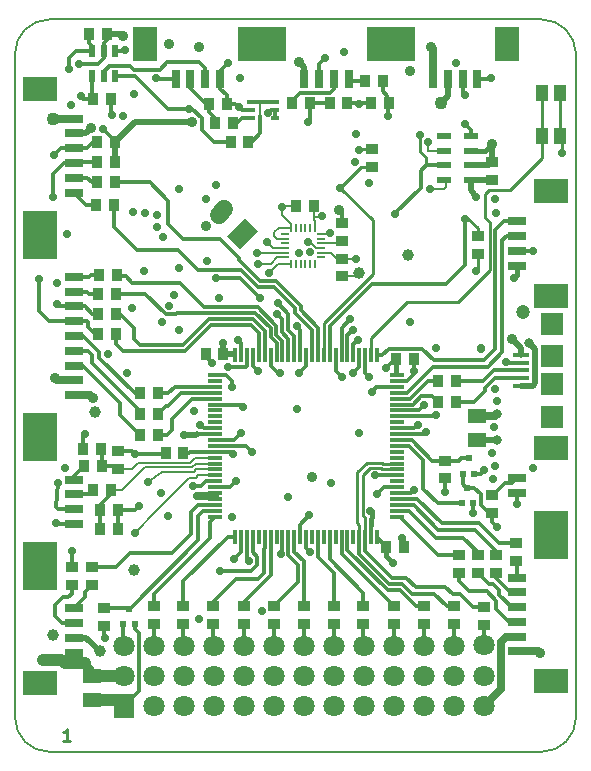
<source format=gbr>
G04 (created by PCBNEW (2013-may-18)-stable) date St 19. únor 2014, 18:08:51 CET*
%MOIN*%
G04 Gerber Fmt 3.4, Leading zero omitted, Abs format*
%FSLAX34Y34*%
G01*
G70*
G90*
G04 APERTURE LIST*
%ADD10C,0.00590551*%
%ADD11C,0.00984252*%
%ADD12C,0.06*%
%ADD13C,0.0708661*%
%ADD14R,0.0708661X0.0787*%
%ADD15R,0.0512X0.0118*%
%ADD16R,0.0118X0.0512*%
%ADD17R,0.0236X0.0394*%
%ADD18R,0.019685X0.023622*%
%ADD19R,0.0354X0.0394*%
%ADD20R,0.0394X0.0354*%
%ADD21R,0.0629921X0.0314961*%
%ADD22R,0.11811X0.0826772*%
%ADD23R,0.0826772X0.11811*%
%ADD24R,0.0314961X0.0629921*%
%ADD25R,0.0472X0.0236*%
%ADD26R,0.0747X0.0747*%
%ADD27R,0.0531X0.0157*%
%ADD28R,0.053X0.0157*%
%ADD29R,0.059X0.0472*%
%ADD30R,0.059X0.0473*%
%ADD31R,0.026X0.016*%
%ADD32O,0.00787402X0.0295276*%
%ADD33O,0.0295276X0.00787402*%
%ADD34R,0.0413386X0.0551181*%
%ADD35C,0.0275591*%
%ADD36C,0.0393701*%
%ADD37C,0.0354331*%
%ADD38C,0.0314961*%
%ADD39C,0.0433071*%
%ADD40C,0.0472441*%
%ADD41C,0.00787402*%
%ADD42C,0.011811*%
%ADD43C,0.019685*%
%ADD44C,0.015748*%
%ADD45C,0.0275591*%
%ADD46C,0.0393701*%
G04 APERTURE END LIST*
G54D10*
G54D11*
X1643Y167D02*
X1419Y167D01*
X1531Y167D02*
X1531Y561D01*
X1494Y504D01*
X1456Y467D01*
X1419Y448D01*
G54D10*
X-196Y944D02*
G75*
G03X944Y-196I1141J0D01*
G74*
G01*
X944Y24212D02*
X17362Y24212D01*
X-196Y944D02*
X-196Y23070D01*
X17362Y-196D02*
X944Y-196D01*
X18503Y23070D02*
X18503Y944D01*
X17362Y-196D02*
G75*
G03X18503Y944I0J1141D01*
G74*
G01*
X944Y24212D02*
G75*
G03X-196Y23070I0J-1141D01*
G74*
G01*
X18503Y23070D02*
G75*
G03X17362Y24212I-1141J0D01*
G74*
G01*
G36*
X7911Y17177D02*
X7298Y16565D01*
X6874Y16989D01*
X7486Y17601D01*
X7911Y17177D01*
X7911Y17177D01*
G37*
G54D12*
X6591Y17696D02*
X6779Y17884D01*
G54D13*
X15433Y3346D03*
X15433Y2342D03*
X15433Y1338D03*
G54D14*
X3425Y1340D03*
G54D13*
X3425Y2340D03*
X4425Y1340D03*
X4425Y2340D03*
X5425Y1340D03*
X5425Y2340D03*
X6425Y1340D03*
X6425Y2340D03*
X7425Y1340D03*
X7425Y2340D03*
X8425Y1340D03*
X8425Y2340D03*
X9425Y1340D03*
X9425Y2340D03*
X10425Y1340D03*
X10425Y2340D03*
X11425Y1340D03*
X11425Y2340D03*
X12425Y1340D03*
X12425Y2340D03*
X3425Y3340D03*
X4425Y3340D03*
X5425Y3340D03*
X6425Y3340D03*
X7425Y3340D03*
X8425Y3340D03*
X9425Y3340D03*
X10425Y3340D03*
X11425Y3340D03*
X12425Y3340D03*
X13425Y1340D03*
X13425Y2340D03*
X13425Y3340D03*
X14425Y1340D03*
X14429Y2342D03*
X14425Y3340D03*
G54D15*
X6485Y11772D03*
X6485Y11575D03*
X6485Y11378D03*
X6485Y11181D03*
X6485Y10984D03*
X6485Y12362D03*
X6485Y12165D03*
X6485Y11969D03*
X6485Y9213D03*
X6485Y9016D03*
X6485Y8819D03*
X6485Y8622D03*
X6485Y8425D03*
X6485Y8228D03*
X6485Y8031D03*
X6485Y7835D03*
G54D16*
X8523Y6978D03*
X8720Y6978D03*
X8916Y6978D03*
X9113Y6978D03*
X9310Y6978D03*
X9507Y6978D03*
X9704Y6978D03*
X9901Y6978D03*
X11672Y6978D03*
X11869Y6978D03*
G54D15*
X12529Y7638D03*
X12529Y7835D03*
X12529Y8031D03*
X12529Y8228D03*
X12529Y8425D03*
X12529Y8622D03*
X6485Y10787D03*
X6485Y10591D03*
X6485Y10394D03*
X6485Y7638D03*
G54D16*
X7145Y6978D03*
X7342Y6978D03*
X10098Y6978D03*
X10294Y6978D03*
X10491Y6978D03*
G54D15*
X12529Y8819D03*
X12529Y9016D03*
X12529Y9213D03*
X6485Y10197D03*
X6485Y10000D03*
X6485Y9803D03*
X6485Y9606D03*
X6485Y9409D03*
G54D16*
X7538Y6978D03*
X7735Y6978D03*
X7932Y6978D03*
X8129Y6978D03*
X8326Y6978D03*
X10688Y6978D03*
X10885Y6978D03*
X11082Y6978D03*
X11279Y6978D03*
X11476Y6978D03*
G54D15*
X12529Y9409D03*
X12529Y9606D03*
X12529Y9803D03*
X12529Y10000D03*
X12529Y10197D03*
X12529Y10394D03*
X12529Y10591D03*
X12529Y10787D03*
X12529Y10984D03*
X12529Y11181D03*
X12529Y11378D03*
X12529Y11575D03*
X12529Y11772D03*
X12529Y11969D03*
X12529Y12165D03*
X12529Y12362D03*
G54D16*
X11869Y13022D03*
X11672Y13022D03*
X11476Y13022D03*
X11279Y13022D03*
X11082Y13022D03*
X10885Y13022D03*
X10688Y13022D03*
X10491Y13022D03*
X10294Y13022D03*
X10098Y13022D03*
X9901Y13022D03*
X9704Y13022D03*
X9507Y13022D03*
X9310Y13022D03*
X9113Y13022D03*
X8916Y13022D03*
X8720Y13022D03*
X8523Y13022D03*
X8326Y13022D03*
X8129Y13022D03*
X7932Y13022D03*
X7735Y13022D03*
X7538Y13022D03*
X7342Y13022D03*
X7145Y13022D03*
G54D17*
X3130Y23171D03*
X2380Y23171D03*
X2755Y23171D03*
X2380Y22339D03*
X3130Y22339D03*
X2755Y22339D03*
G54D18*
X3405Y4055D03*
X3799Y4055D03*
X3602Y4566D03*
X14688Y8094D03*
X15082Y8094D03*
X14885Y8606D03*
X14724Y9074D03*
X15118Y9074D03*
X14921Y9586D03*
G54D19*
X2420Y21574D03*
X3012Y21574D03*
X12264Y21417D03*
X11672Y21417D03*
G54D20*
X16496Y6752D03*
X16496Y6160D03*
G54D19*
X2578Y13740D03*
X3170Y13740D03*
X2578Y14409D03*
X3170Y14409D03*
X2538Y18779D03*
X3130Y18779D03*
X2499Y18031D03*
X3091Y18031D03*
G54D20*
X14133Y9508D03*
X14133Y8916D03*
X4429Y4054D03*
X4429Y4646D03*
X14429Y4054D03*
X14429Y4646D03*
X13425Y4054D03*
X13425Y4646D03*
X12421Y4054D03*
X12421Y4646D03*
X10433Y4054D03*
X10433Y4646D03*
X11417Y4054D03*
X11417Y4646D03*
X9429Y4054D03*
X9429Y4646D03*
X8425Y4054D03*
X8425Y4646D03*
X7421Y4054D03*
X7421Y4646D03*
X6417Y4054D03*
X6417Y4646D03*
X5413Y4054D03*
X5413Y4646D03*
G54D19*
X10294Y21417D03*
X10886Y21417D03*
X2578Y15078D03*
X3170Y15078D03*
X2617Y15708D03*
X3209Y15708D03*
G54D20*
X14606Y6358D03*
X14606Y5766D03*
X15236Y6358D03*
X15236Y5766D03*
X15826Y6358D03*
X15826Y5766D03*
X2775Y4587D03*
X2775Y3995D03*
G54D19*
X9034Y21417D03*
X9626Y21417D03*
G54D20*
X15433Y4034D03*
X15433Y4626D03*
G54D19*
X2538Y19448D03*
X3130Y19448D03*
X2538Y20118D03*
X3130Y20118D03*
G54D20*
X15712Y7766D03*
X15712Y8358D03*
G54D19*
X2105Y9330D03*
X2697Y9330D03*
X3229Y7874D03*
X2637Y7874D03*
X2420Y8523D03*
X3012Y8523D03*
G54D20*
X3248Y9823D03*
X3248Y9231D03*
X1692Y5373D03*
X1692Y5965D03*
X2362Y5373D03*
X2362Y5965D03*
G54D19*
X14508Y11456D03*
X13916Y11456D03*
X14508Y12165D03*
X13916Y12165D03*
G54D21*
X1771Y15629D03*
X1771Y15137D03*
X1771Y14645D03*
X1771Y14153D03*
X1771Y13661D03*
X1771Y13169D03*
X1771Y12677D03*
X1771Y12185D03*
X1771Y11692D03*
G54D22*
X629Y16633D03*
X629Y10688D03*
X629Y21909D03*
X629Y17440D03*
G54D21*
X1771Y20905D03*
X1771Y20413D03*
X1771Y19921D03*
X1771Y19429D03*
X1771Y18937D03*
X1771Y18444D03*
G54D22*
X17677Y2145D03*
X17677Y6614D03*
G54D21*
X16535Y3149D03*
X16535Y3641D03*
X16535Y4133D03*
X16535Y4625D03*
X16535Y5118D03*
X16535Y5610D03*
G54D22*
X17677Y15000D03*
X17677Y18484D03*
G54D21*
X16535Y16003D03*
X16535Y16496D03*
X16535Y16988D03*
X16535Y17480D03*
G54D23*
X16220Y23385D03*
X12736Y23385D03*
G54D24*
X15216Y22244D03*
X14724Y22244D03*
X14232Y22244D03*
X13740Y22244D03*
G54D22*
X629Y9881D03*
X629Y6397D03*
G54D21*
X1771Y8877D03*
X1771Y8385D03*
X1771Y7893D03*
X1771Y7401D03*
G54D22*
X629Y5590D03*
X629Y2106D03*
G54D21*
X1771Y4586D03*
X1771Y4094D03*
X1771Y3602D03*
X1771Y3110D03*
G54D23*
X11929Y23385D03*
X8444Y23385D03*
G54D24*
X10925Y22244D03*
X10433Y22244D03*
X9940Y22244D03*
X9448Y22244D03*
G54D23*
X7637Y23385D03*
X4153Y23385D03*
G54D24*
X6633Y22244D03*
X6141Y22244D03*
X5649Y22244D03*
X5157Y22244D03*
G54D21*
X16535Y8444D03*
X16535Y8937D03*
G54D22*
X17677Y7440D03*
X17677Y9940D03*
G54D25*
X15018Y18858D03*
X15018Y19350D03*
X15018Y19842D03*
X15018Y20334D03*
X14112Y20334D03*
X14112Y19842D03*
X14112Y19350D03*
X14112Y18858D03*
G54D26*
X17716Y12047D03*
X17716Y12991D03*
X17716Y14074D03*
X17716Y10964D03*
G54D27*
X16663Y12007D03*
G54D28*
X16663Y12264D03*
X16663Y12519D03*
X16663Y12774D03*
X16663Y13031D03*
G54D29*
X2362Y2323D03*
G54D30*
X2362Y1535D03*
G54D29*
X15212Y10192D03*
G54D30*
X15212Y10980D03*
G54D20*
X10692Y16833D03*
X10692Y17425D03*
X15708Y18877D03*
X15708Y19469D03*
G54D19*
X2085Y9881D03*
X2677Y9881D03*
X9756Y17992D03*
X9164Y17992D03*
X12184Y6633D03*
X12776Y6633D03*
X2263Y23740D03*
X2855Y23740D03*
X4822Y9763D03*
X5414Y9763D03*
X6752Y13051D03*
X6160Y13051D03*
X12499Y12893D03*
X13091Y12893D03*
X3229Y7224D03*
X2637Y7224D03*
X11475Y22165D03*
X12067Y22165D03*
G54D20*
X15228Y16389D03*
X15228Y16981D03*
G54D19*
X3979Y11751D03*
X4571Y11751D03*
X3975Y11066D03*
X4567Y11066D03*
X3987Y10370D03*
X4579Y10370D03*
G54D31*
X7670Y21452D03*
X7670Y20932D03*
X7670Y21192D03*
X8470Y20932D03*
X8470Y21452D03*
X8470Y21192D03*
G54D19*
X6855Y21409D03*
X6263Y21409D03*
X6995Y20141D03*
X7587Y20141D03*
X7063Y20767D03*
X6471Y20767D03*
G54D20*
X10704Y16240D03*
X10704Y15648D03*
G54D32*
X9011Y16070D03*
X9169Y16070D03*
X9326Y16070D03*
X9484Y16070D03*
X9641Y16070D03*
X9799Y16070D03*
G54D33*
X10007Y16279D03*
X10007Y16437D03*
X10007Y16594D03*
X10007Y16751D03*
X10007Y16909D03*
X10007Y17066D03*
G54D32*
X9799Y17275D03*
X9641Y17275D03*
X9484Y17275D03*
X9326Y17275D03*
X9169Y17275D03*
X9011Y17275D03*
G54D33*
X8803Y17066D03*
X8803Y16909D03*
X8803Y16751D03*
X8803Y16594D03*
X8803Y16437D03*
X8803Y16279D03*
G54D20*
X11704Y19290D03*
X11704Y19882D03*
G54D34*
X17972Y21748D03*
X17972Y20330D03*
X17381Y21748D03*
X17381Y20330D03*
G54D35*
X15177Y15818D03*
X11287Y19858D03*
X11169Y16244D03*
X8271Y15763D03*
X10027Y17661D03*
X8232Y21102D03*
G54D36*
X2484Y11137D03*
X1070Y3692D03*
G54D37*
X5700Y20791D03*
X4948Y23409D03*
X3409Y23661D03*
G54D35*
X6732Y13425D03*
G54D37*
X6165Y17338D03*
G54D35*
X2744Y20559D03*
X11279Y21409D03*
X6177Y18224D03*
X1921Y22724D03*
X12177Y12610D03*
G54D38*
X15870Y10185D03*
G54D35*
X14122Y8452D03*
X15070Y7775D03*
X5433Y10354D03*
X5748Y8657D03*
X7590Y6169D03*
X2799Y3594D03*
X12409Y6106D03*
X5881Y8334D03*
X15157Y18287D03*
G54D39*
X1062Y20905D03*
G54D37*
X12956Y22507D03*
X2389Y11610D03*
X5921Y23279D03*
X9283Y22803D03*
X13669Y23295D03*
X17299Y3090D03*
G54D36*
X748Y2874D03*
G54D40*
X16740Y14476D03*
G54D35*
X3791Y7110D03*
X4232Y8787D03*
X15830Y17763D03*
X11062Y13870D03*
X15799Y18228D03*
X10976Y14232D03*
X9559Y20807D03*
X4940Y14677D03*
X5114Y15035D03*
X12232Y21011D03*
X4720Y14133D03*
X6909Y12625D03*
X7027Y11956D03*
X7066Y9712D03*
X17070Y16480D03*
X10649Y18602D03*
X8023Y4492D03*
G54D37*
X15692Y20047D03*
G54D35*
X11157Y20381D03*
X11602Y18767D03*
G54D36*
X11287Y15748D03*
G54D35*
X8704Y17948D03*
X7267Y21303D03*
X5944Y4228D03*
X10141Y22929D03*
X6901Y22751D03*
X4519Y22251D03*
G54D37*
X10594Y17862D03*
G54D39*
X14015Y21437D03*
G54D36*
X12901Y16377D03*
G54D35*
X7244Y13543D03*
X17059Y9267D03*
G54D37*
X1141Y12263D03*
X2342Y20598D03*
G54D35*
X6519Y18704D03*
X1551Y17055D03*
X1192Y15429D03*
X5287Y18547D03*
X5259Y15929D03*
X6192Y16161D03*
X3539Y12437D03*
X5271Y13858D03*
X2893Y13078D03*
X6377Y12755D03*
X1602Y22547D03*
X5767Y11169D03*
X18043Y19771D03*
X16421Y15590D03*
X12972Y14137D03*
G54D37*
X16366Y13559D03*
G54D35*
X16531Y8078D03*
X15354Y13248D03*
X13854Y13259D03*
X15452Y9200D03*
G54D38*
X15870Y11051D03*
G54D35*
X8897Y8307D03*
X9200Y11240D03*
X2125Y10381D03*
X3937Y7992D03*
X3818Y9724D03*
G54D36*
X3779Y5866D03*
X2637Y3149D03*
G54D35*
X11259Y10433D03*
X13098Y12496D03*
X7047Y7637D03*
G54D37*
X9708Y8960D03*
G54D35*
X9614Y7681D03*
X10354Y8771D03*
X4657Y8444D03*
X4893Y7645D03*
X7165Y8818D03*
X5984Y10708D03*
X12712Y6940D03*
X7106Y6212D03*
X14496Y22767D03*
X4102Y15822D03*
X10759Y23133D03*
X4728Y16964D03*
X7299Y22263D03*
X4551Y17283D03*
X3755Y21720D03*
X4535Y17708D03*
X8208Y16795D03*
X9637Y16464D03*
X9267Y12433D03*
X10314Y17094D03*
X9287Y16444D03*
X7905Y12496D03*
X14799Y20744D03*
X14811Y17574D03*
X11692Y11811D03*
X8657Y6397D03*
X7330Y10421D03*
X7708Y9811D03*
X5598Y21244D03*
X2003Y21657D03*
X1181Y7440D03*
X1240Y8751D03*
X1192Y14744D03*
X1059Y18279D03*
X610Y15578D03*
X1118Y19696D03*
X15677Y22267D03*
X14818Y21708D03*
X11641Y7834D03*
X15866Y7307D03*
X7397Y11303D03*
X9641Y6448D03*
X8645Y12444D03*
X3692Y14610D03*
X1677Y21358D03*
X3476Y23196D03*
X3023Y21035D03*
X3732Y17787D03*
X3401Y21007D03*
X4137Y17748D03*
X15759Y10618D03*
X11228Y13535D03*
X15712Y9755D03*
X10700Y12283D03*
X15870Y11480D03*
X13511Y10456D03*
X15818Y11885D03*
X13224Y10696D03*
X15748Y8881D03*
X11610Y12291D03*
X15818Y9326D03*
X11074Y12433D03*
X1700Y6503D03*
X6645Y5838D03*
X11149Y19476D03*
X9586Y16803D03*
X13566Y20141D03*
X8555Y14755D03*
X13303Y20366D03*
X12476Y17724D03*
X7893Y16074D03*
X6598Y14925D03*
X8539Y14385D03*
X13649Y18562D03*
X7858Y16437D03*
X6496Y15586D03*
X7964Y14940D03*
X9196Y13980D03*
X13846Y11027D03*
G54D38*
X16952Y13440D03*
G54D35*
X16173Y12795D03*
X13452Y11354D03*
X1476Y9263D03*
X11811Y9015D03*
X11877Y8405D03*
X13110Y8539D03*
G54D11*
X15228Y16389D02*
X15228Y15870D01*
X15228Y15870D02*
X15177Y15818D01*
X11704Y19882D02*
X11311Y19882D01*
X11311Y19882D02*
X11287Y19858D01*
G54D41*
X10704Y16240D02*
X10546Y16240D01*
X10350Y16437D02*
X10007Y16437D01*
X10546Y16240D02*
X10350Y16437D01*
X10704Y16240D02*
X11166Y16240D01*
X11166Y16240D02*
X11169Y16244D01*
X9011Y16070D02*
X8578Y16070D01*
X8578Y16070D02*
X8271Y15763D01*
X9756Y17622D02*
X9988Y17622D01*
X9988Y17622D02*
X10027Y17661D01*
X9756Y17992D02*
X9756Y17622D01*
X9756Y17622D02*
X9756Y17542D01*
X9799Y17500D02*
X9799Y17275D01*
X9756Y17542D02*
X9799Y17500D01*
G54D42*
X8322Y21192D02*
X8232Y21102D01*
X8322Y21192D02*
X8470Y21192D01*
X8470Y21192D02*
X8470Y20932D01*
G54D43*
X3130Y19448D02*
X3130Y20118D01*
X3130Y20118D02*
X3811Y20799D01*
X3811Y20799D02*
X5700Y20791D01*
X2855Y23740D02*
X3330Y23740D01*
X4948Y23409D02*
X4948Y23413D01*
X3330Y23740D02*
X3409Y23661D01*
X6752Y13404D02*
X6732Y13425D01*
X6752Y13404D02*
X6752Y13051D01*
G54D42*
X3130Y20118D02*
X3130Y20172D01*
X3130Y20172D02*
X2744Y20559D01*
X10886Y21417D02*
X11271Y21417D01*
X11287Y21417D02*
X11672Y21417D01*
X11279Y21409D02*
X11287Y21417D01*
X11271Y21417D02*
X11279Y21409D01*
X2755Y23171D02*
X2755Y22917D01*
X2562Y22724D02*
X1921Y22724D01*
X2755Y22917D02*
X2562Y22724D01*
X2755Y23171D02*
X2755Y23429D01*
X2855Y23528D02*
X2855Y23740D01*
X2755Y23429D02*
X2855Y23528D01*
X12499Y12893D02*
X12460Y12893D01*
X12460Y12893D02*
X12177Y12610D01*
G54D43*
X15212Y10192D02*
X15862Y10192D01*
X15862Y10192D02*
X15870Y10185D01*
G54D42*
X14133Y8916D02*
X14133Y8464D01*
X14133Y8464D02*
X14122Y8452D01*
X15082Y8094D02*
X15082Y7787D01*
X15082Y7787D02*
X15070Y7775D01*
G54D43*
X5866Y10394D02*
X5826Y10354D01*
X5826Y10354D02*
X5433Y10354D01*
G54D42*
X6485Y10394D02*
X5866Y10394D01*
X6485Y8819D02*
X6165Y8819D01*
X6003Y8657D02*
X5748Y8657D01*
X6165Y8819D02*
X6003Y8657D01*
X7538Y6220D02*
X7590Y6169D01*
X7538Y6978D02*
X7538Y6220D01*
X2775Y3995D02*
X2775Y3618D01*
X2775Y3618D02*
X2799Y3594D01*
G54D44*
X12184Y6633D02*
X12184Y6331D01*
X12184Y6331D02*
X12409Y6106D01*
G54D42*
X6485Y8425D02*
X6485Y8228D01*
X6485Y8228D02*
X6484Y8229D01*
X6484Y8229D02*
X6484Y8338D01*
G54D45*
X6484Y8338D02*
X6480Y8334D01*
X6480Y8334D02*
X5881Y8334D01*
G54D42*
X7145Y13022D02*
X7096Y13022D01*
G54D43*
X7096Y13022D02*
X7066Y13051D01*
X7066Y13051D02*
X6752Y13051D01*
G54D44*
X12499Y12893D02*
X12499Y12436D01*
G54D42*
X12496Y12395D02*
X12529Y12362D01*
X12496Y12433D02*
X12496Y12395D01*
G54D44*
X12499Y12436D02*
X12496Y12433D01*
G54D42*
X11869Y6978D02*
X11869Y6948D01*
X11869Y6948D02*
X12184Y6633D01*
G54D43*
X15018Y18516D02*
X15018Y18858D01*
X15157Y18287D02*
X15018Y18516D01*
X15708Y18877D02*
X15037Y18877D01*
X15037Y18877D02*
X15018Y18858D01*
G54D45*
X1771Y20905D02*
X1062Y20905D01*
X2307Y11692D02*
X1771Y11692D01*
X2389Y11610D02*
X2307Y11692D01*
G54D43*
X9448Y22637D02*
X9448Y22244D01*
X9283Y22803D02*
X9448Y22637D01*
G54D45*
X13740Y23224D02*
X13740Y22244D01*
X13669Y23295D02*
X13740Y23224D01*
X17299Y3090D02*
X17240Y3149D01*
X17240Y3149D02*
X16535Y3149D01*
G54D46*
X2125Y2755D02*
X1456Y2755D01*
X1338Y2874D02*
X748Y2874D01*
X1456Y2755D02*
X1338Y2874D01*
G54D43*
X2362Y2323D02*
X2362Y2519D01*
X2362Y2519D02*
X2125Y2755D01*
X2125Y2755D02*
X1771Y3110D01*
G54D46*
X3425Y2340D02*
X2379Y2340D01*
X2379Y2340D02*
X2362Y2323D01*
G54D41*
X6485Y9016D02*
X5913Y9016D01*
X4511Y7830D02*
X3791Y7110D01*
X5110Y8429D02*
X4511Y7830D01*
X5610Y8929D02*
X5110Y8429D01*
X5826Y8929D02*
X5610Y8929D01*
X5913Y9016D02*
X5826Y8929D01*
X6485Y9213D02*
X5848Y9213D01*
X4692Y9133D02*
X4232Y8787D01*
X5768Y9133D02*
X4692Y9133D01*
X5848Y9213D02*
X5768Y9133D01*
X6485Y9409D02*
X5826Y9409D01*
X3366Y8523D02*
X3012Y8523D01*
X4129Y9287D02*
X3366Y8523D01*
X5705Y9287D02*
X4129Y9287D01*
X5826Y9409D02*
X5705Y9287D01*
G54D42*
X2637Y7874D02*
X2637Y8030D01*
X3012Y8406D02*
X3012Y8523D01*
X2637Y8030D02*
X3012Y8406D01*
X2637Y7224D02*
X2637Y7874D01*
G54D41*
X6485Y9606D02*
X5806Y9606D01*
X3700Y9231D02*
X3248Y9231D01*
X3909Y9440D02*
X3700Y9231D01*
X5641Y9440D02*
X3909Y9440D01*
X5806Y9606D02*
X5641Y9440D01*
G54D42*
X2697Y9330D02*
X3148Y9330D01*
X3148Y9330D02*
X3248Y9231D01*
X2697Y9330D02*
X2697Y9862D01*
X2697Y9862D02*
X2677Y9881D01*
X10885Y13022D02*
X10885Y13692D01*
X10885Y13692D02*
X11062Y13870D01*
X10688Y13022D02*
X10688Y13944D01*
X10688Y13944D02*
X10976Y14232D01*
X6485Y11575D02*
X5712Y11575D01*
X4870Y10370D02*
X4579Y10370D01*
X5039Y10539D02*
X4870Y10370D01*
X5039Y10901D02*
X5039Y10539D01*
X5712Y11575D02*
X5039Y10901D01*
X6485Y11772D02*
X5331Y11772D01*
X4843Y11342D02*
X4567Y11066D01*
X4901Y11342D02*
X4843Y11342D01*
X5331Y11772D02*
X4901Y11342D01*
X6485Y11969D02*
X5126Y11969D01*
X4909Y11751D02*
X4571Y11751D01*
X5126Y11969D02*
X4909Y11751D01*
X8129Y13022D02*
X8129Y13839D01*
X3295Y14409D02*
X3170Y14409D01*
X3783Y13921D02*
X3295Y14409D01*
X3783Y13559D02*
X3783Y13921D01*
X3976Y13366D02*
X3783Y13559D01*
X5404Y13366D02*
X3976Y13366D01*
X6270Y14232D02*
X5404Y13366D01*
X7737Y14232D02*
X6270Y14232D01*
X8129Y13839D02*
X7737Y14232D01*
X7932Y13022D02*
X7932Y13763D01*
X3170Y13408D02*
X3170Y13740D01*
X3405Y13173D02*
X3170Y13408D01*
X5484Y13173D02*
X3405Y13173D01*
X6350Y14039D02*
X5484Y13173D01*
X7657Y14039D02*
X6350Y14039D01*
X7932Y13763D02*
X7657Y14039D01*
X14606Y6358D02*
X13900Y6358D01*
X12621Y7638D02*
X12529Y7638D01*
X13900Y6358D02*
X12621Y7638D01*
X15826Y6358D02*
X15826Y6507D01*
X12529Y8027D02*
X12529Y8031D01*
X13094Y8027D02*
X12529Y8027D01*
X13913Y7208D02*
X13094Y8027D01*
X15125Y7208D02*
X13913Y7208D01*
X15826Y6507D02*
X15125Y7208D01*
X16496Y6752D02*
X15940Y6752D01*
X13216Y8228D02*
X12529Y8228D01*
X14027Y7417D02*
X13216Y8228D01*
X15275Y7417D02*
X14027Y7417D01*
X15940Y6752D02*
X15275Y7417D01*
X15236Y6358D02*
X15236Y6456D01*
X12952Y7835D02*
X12529Y7835D01*
X13842Y6944D02*
X12952Y7835D01*
X14748Y6944D02*
X13842Y6944D01*
X15236Y6456D02*
X14748Y6944D01*
X8523Y13022D02*
X8523Y13413D01*
X4137Y15078D02*
X3170Y15078D01*
X4822Y14393D02*
X4137Y15078D01*
X5169Y14393D02*
X4822Y14393D01*
X5200Y14425D02*
X5169Y14393D01*
X7817Y14425D02*
X5200Y14425D01*
X8322Y13919D02*
X7817Y14425D01*
X8322Y13614D02*
X8322Y13919D01*
X8523Y13413D02*
X8322Y13614D01*
X8720Y13022D02*
X8720Y13495D01*
X3272Y15645D02*
X3209Y15708D01*
X3511Y15645D02*
X3272Y15645D01*
X3720Y15437D02*
X3511Y15645D01*
X5291Y15437D02*
X3720Y15437D01*
X6110Y14618D02*
X5291Y15437D01*
X7897Y14618D02*
X6110Y14618D01*
X8515Y13999D02*
X7897Y14618D01*
X8515Y13700D02*
X8515Y13999D01*
X8720Y13495D02*
X8515Y13700D01*
X9626Y21417D02*
X10294Y21417D01*
X9626Y20874D02*
X9626Y21417D01*
X9559Y20807D02*
X9626Y20874D01*
X12232Y21011D02*
X12232Y21385D01*
X12067Y21826D02*
X12067Y22165D01*
X12220Y21673D02*
X12067Y21826D01*
X12220Y21396D02*
X12220Y21673D01*
X12232Y21385D02*
X12220Y21396D01*
X12232Y21011D02*
X12264Y21044D01*
X7538Y13022D02*
X7538Y12660D01*
X7503Y12625D02*
X6909Y12625D01*
X7538Y12660D02*
X7503Y12625D01*
X6485Y12362D02*
X6826Y12362D01*
X7027Y12161D02*
X7027Y11956D01*
X6826Y12362D02*
X7027Y12161D01*
X16535Y16496D02*
X17055Y16496D01*
X6976Y9803D02*
X6485Y9803D01*
X7066Y9712D02*
X6976Y9803D01*
X17055Y16496D02*
X17070Y16480D01*
X5414Y9763D02*
X5614Y9763D01*
X5653Y9803D02*
X6485Y9803D01*
X5614Y9763D02*
X5653Y9803D01*
X11869Y13022D02*
X12053Y13022D01*
X16118Y17480D02*
X16535Y17480D01*
X15818Y17181D02*
X16118Y17480D01*
X15818Y13236D02*
X15818Y17181D01*
X15433Y12850D02*
X15818Y13236D01*
X13763Y12850D02*
X15433Y12850D01*
X13377Y13236D02*
X13763Y12850D01*
X12267Y13236D02*
X13377Y13236D01*
X12053Y13022D02*
X12267Y13236D01*
X12529Y11772D02*
X12866Y11772D01*
X16188Y16988D02*
X16535Y16988D01*
X16047Y16846D02*
X16188Y16988D01*
X16047Y13122D02*
X16047Y16846D01*
X15562Y12637D02*
X16047Y13122D01*
X13732Y12637D02*
X15562Y12637D01*
X12866Y11772D02*
X13732Y12637D01*
G54D11*
X11704Y19290D02*
X11337Y19290D01*
X11337Y19290D02*
X10649Y18602D01*
X10098Y13022D02*
X10098Y14110D01*
X11732Y17519D02*
X10649Y18602D01*
X11732Y15744D02*
X11732Y17519D01*
X10098Y14110D02*
X11732Y15744D01*
G54D44*
X15018Y19842D02*
X15487Y19842D01*
G54D43*
X15589Y19350D02*
X15692Y19453D01*
X15692Y19453D02*
X15692Y20047D01*
X15589Y19350D02*
X15018Y19350D01*
G54D44*
X15487Y19842D02*
X15692Y20047D01*
G54D11*
X17972Y21748D02*
X17972Y20330D01*
X17972Y20330D02*
X18043Y20259D01*
X18043Y20259D02*
X18043Y19771D01*
X11157Y20381D02*
X11153Y20381D01*
X11602Y18767D02*
X11598Y18767D01*
G54D41*
X10704Y15648D02*
X11188Y15648D01*
X11188Y15648D02*
X11287Y15748D01*
X8803Y16909D02*
X8527Y16909D01*
X8610Y17275D02*
X9011Y17275D01*
X8452Y17118D02*
X8610Y17275D01*
X8452Y16984D02*
X8452Y17118D01*
X8527Y16909D02*
X8452Y16984D01*
X9011Y17275D02*
X9011Y17389D01*
X8748Y17992D02*
X8704Y17948D01*
X8748Y17992D02*
X9164Y17992D01*
X8704Y17696D02*
X8704Y17948D01*
X9011Y17389D02*
X8704Y17696D01*
G54D42*
X7275Y21295D02*
X7275Y21283D01*
X7267Y21303D02*
X7275Y21295D01*
X7670Y21192D02*
X7366Y21192D01*
X7149Y21409D02*
X6855Y21409D01*
X7366Y21192D02*
X7275Y21283D01*
X7275Y21283D02*
X7149Y21409D01*
X6855Y21409D02*
X6855Y21684D01*
X6633Y21905D02*
X6633Y22244D01*
X6855Y21684D02*
X6633Y21905D01*
X9940Y22728D02*
X10141Y22929D01*
X9940Y22728D02*
X9940Y22244D01*
X6633Y22484D02*
X6901Y22751D01*
X6633Y22484D02*
X6633Y22244D01*
X4527Y22244D02*
X4519Y22251D01*
X5157Y22244D02*
X4527Y22244D01*
X10692Y17425D02*
X10692Y17763D01*
X10692Y17763D02*
X10594Y17862D01*
G54D43*
X14232Y22244D02*
X14232Y21653D01*
X14232Y21653D02*
X14015Y21437D01*
G54D42*
X7342Y13444D02*
X7244Y13543D01*
X7342Y13444D02*
X7342Y13022D01*
G54D45*
X1771Y12185D02*
X1220Y12185D01*
X1220Y12185D02*
X1141Y12263D01*
G54D43*
X2177Y20413D02*
X2342Y20598D01*
X2177Y20413D02*
X1771Y20413D01*
G54D42*
X6523Y18700D02*
X6519Y18704D01*
X5259Y15929D02*
X5263Y15929D01*
X6192Y16161D02*
X6196Y16161D01*
X5263Y13866D02*
X5259Y13866D01*
X5271Y13858D02*
X5263Y13866D01*
X6160Y12973D02*
X6377Y12755D01*
X6160Y12973D02*
X6160Y13051D01*
X2380Y23171D02*
X1841Y23171D01*
X1602Y22933D02*
X1602Y22547D01*
X1841Y23171D02*
X1602Y22933D01*
X2380Y23171D02*
X2380Y23315D01*
X2263Y23433D02*
X2263Y23740D01*
X2380Y23315D02*
X2263Y23433D01*
X18043Y19771D02*
X18039Y19775D01*
G54D44*
X16535Y15704D02*
X16535Y16003D01*
X16421Y15590D02*
X16535Y15704D01*
G54D43*
X16663Y13261D02*
X16366Y13559D01*
X16663Y13261D02*
X16663Y13031D01*
G54D42*
X16535Y8082D02*
X16531Y8078D01*
X16535Y8082D02*
X16535Y8444D01*
G54D45*
X15350Y13244D02*
X15350Y13240D01*
X15354Y13248D02*
X15350Y13244D01*
X16535Y3641D02*
X16185Y3641D01*
X16003Y1909D02*
X15433Y1338D01*
X16003Y3460D02*
X16003Y1909D01*
X16185Y3641D02*
X16003Y3460D01*
G54D42*
X15118Y9074D02*
X15326Y9074D01*
X15326Y9074D02*
X15452Y9200D01*
G54D45*
X15212Y10980D02*
X15799Y10980D01*
X15799Y10980D02*
X15870Y11051D01*
G54D43*
X9196Y11244D02*
X9196Y11275D01*
X9200Y11240D02*
X9196Y11244D01*
G54D42*
X2085Y9881D02*
X2085Y10341D01*
X2085Y10341D02*
X2125Y10381D01*
X3229Y7874D02*
X3818Y7874D01*
X3818Y7874D02*
X3937Y7992D01*
X3818Y9724D02*
X4782Y9724D01*
X4782Y9724D02*
X4822Y9763D01*
X3248Y9823D02*
X3719Y9823D01*
X3719Y9823D02*
X3818Y9724D01*
X3229Y7224D02*
X3229Y7874D01*
G54D43*
X1771Y3602D02*
X2185Y3602D01*
X2185Y3602D02*
X2637Y3149D01*
G54D46*
X2362Y1535D02*
X3230Y1535D01*
X3230Y1535D02*
X3425Y1340D01*
G54D42*
X12529Y12165D02*
X12873Y12165D01*
X13091Y12503D02*
X13098Y12496D01*
X13091Y12503D02*
X13091Y12893D01*
X13098Y12389D02*
X13098Y12496D01*
X12873Y12165D02*
X13098Y12389D01*
X9310Y7377D02*
X9614Y7681D01*
X9310Y6978D02*
X9310Y7377D01*
X3799Y4055D02*
X3799Y3885D01*
X3925Y1840D02*
X3425Y1340D01*
X3925Y3759D02*
X3925Y1840D01*
X3799Y3885D02*
X3925Y3759D01*
G54D43*
X4665Y8452D02*
X4665Y8468D01*
X4657Y8444D02*
X4665Y8452D01*
G54D42*
X6485Y8622D02*
X6968Y8622D01*
X6968Y8622D02*
X7165Y8818D01*
X6485Y10591D02*
X6101Y10591D01*
X6101Y10591D02*
X5984Y10708D01*
X12776Y6633D02*
X12776Y6877D01*
X12776Y6877D02*
X12712Y6940D01*
X7342Y6978D02*
X7342Y6449D01*
X7342Y6449D02*
X7106Y6212D01*
X9704Y13022D02*
X9704Y13862D01*
X3091Y17298D02*
X3091Y18031D01*
X3870Y16519D02*
X3091Y17298D01*
X5251Y16519D02*
X3870Y16519D01*
X5905Y15866D02*
X5251Y16519D01*
X7330Y15866D02*
X5905Y15866D01*
X7889Y15307D02*
X7330Y15866D01*
X8421Y15307D02*
X7889Y15307D01*
X9129Y14598D02*
X8421Y15307D01*
X9129Y14437D02*
X9129Y14598D01*
X9704Y13862D02*
X9129Y14437D01*
X9901Y13022D02*
X9901Y13937D01*
X4291Y18779D02*
X3130Y18779D01*
X4897Y18173D02*
X4291Y18779D01*
X4897Y17397D02*
X4897Y18173D01*
X5389Y16905D02*
X4897Y17397D01*
X6645Y16905D02*
X5389Y16905D01*
X7275Y16275D02*
X6645Y16905D01*
X7275Y16194D02*
X7275Y16275D01*
X7969Y15500D02*
X7275Y16194D01*
X8501Y15500D02*
X7969Y15500D01*
X9322Y14678D02*
X8501Y15500D01*
X9322Y14516D02*
X9322Y14678D01*
X9901Y13937D02*
X9322Y14516D01*
X4728Y16964D02*
X4724Y16964D01*
X4535Y17708D02*
X4527Y17716D01*
G54D41*
X8409Y16594D02*
X8803Y16594D01*
X8208Y16795D02*
X8409Y16594D01*
G54D42*
X9507Y13022D02*
X9507Y12673D01*
X9637Y16464D02*
X9642Y16468D01*
X9507Y12673D02*
X9267Y12433D01*
G54D41*
X10007Y17066D02*
X10287Y17066D01*
X10287Y17066D02*
X10314Y17094D01*
G54D42*
X7735Y13022D02*
X7735Y12665D01*
X9287Y16444D02*
X9299Y16456D01*
X7735Y12665D02*
X7905Y12496D01*
G54D11*
X14811Y17574D02*
X14917Y17574D01*
X15228Y17263D02*
X15228Y16981D01*
X14917Y17574D02*
X15228Y17263D01*
G54D42*
X10294Y13022D02*
X10294Y13995D01*
X15018Y20524D02*
X15018Y20334D01*
X14799Y20744D02*
X15018Y20524D01*
X14811Y16035D02*
X14811Y17574D01*
X14177Y15401D02*
X14811Y16035D01*
X11700Y15401D02*
X14177Y15401D01*
X10294Y13995D02*
X11700Y15401D01*
X12529Y11969D02*
X11850Y11969D01*
X11850Y11969D02*
X11692Y11811D01*
G54D41*
X10007Y16751D02*
X10610Y16751D01*
X10610Y16751D02*
X10692Y16833D01*
G54D42*
X8720Y6461D02*
X8720Y6978D01*
X8657Y6397D02*
X8720Y6461D01*
X6485Y10197D02*
X7106Y10197D01*
X7106Y10197D02*
X7330Y10421D01*
X6485Y10000D02*
X7519Y10000D01*
X7519Y10000D02*
X7708Y9811D01*
X3975Y11066D02*
X3975Y11170D01*
X2232Y13169D02*
X1771Y13169D01*
X2377Y13023D02*
X2232Y13169D01*
X2377Y12767D02*
X2377Y13023D01*
X3975Y11170D02*
X2377Y12767D01*
X9034Y21417D02*
X9034Y21499D01*
X10433Y21893D02*
X10433Y22244D01*
X10314Y21775D02*
X10433Y21893D01*
X9311Y21775D02*
X10314Y21775D01*
X9034Y21499D02*
X9311Y21775D01*
X11475Y22165D02*
X11003Y22165D01*
X11003Y22165D02*
X10925Y22244D01*
X6995Y20141D02*
X6425Y20141D01*
X5720Y21244D02*
X5598Y21244D01*
X6043Y20921D02*
X5720Y21244D01*
X6043Y20523D02*
X6043Y20921D01*
X6425Y20141D02*
X6043Y20523D01*
X3130Y22339D02*
X3817Y22339D01*
X4913Y21244D02*
X5598Y21244D01*
X3817Y22339D02*
X4913Y21244D01*
X7587Y20141D02*
X7700Y20141D01*
G54D41*
X7964Y21003D02*
X7964Y21452D01*
X7976Y20992D02*
X7964Y21003D01*
G54D42*
X7976Y20417D02*
X7976Y20992D01*
X7700Y20141D02*
X7976Y20417D01*
X7670Y21452D02*
X7964Y21452D01*
X7964Y21452D02*
X8470Y21452D01*
X2086Y21574D02*
X2420Y21574D01*
X2003Y21657D02*
X2086Y21574D01*
X2420Y21574D02*
X2380Y21614D01*
X2380Y21614D02*
X2380Y22339D01*
X2755Y22339D02*
X2755Y22476D01*
X6141Y22586D02*
X6141Y22244D01*
X5937Y22791D02*
X6141Y22586D01*
X4885Y22791D02*
X5937Y22791D01*
X4633Y22539D02*
X4885Y22791D01*
X3780Y22539D02*
X4633Y22539D01*
X3646Y22673D02*
X3780Y22539D01*
X2952Y22673D02*
X3646Y22673D01*
X2755Y22476D02*
X2952Y22673D01*
X3405Y4055D02*
X3405Y3360D01*
X3405Y3360D02*
X3425Y3340D01*
X6471Y20767D02*
X6471Y20929D01*
X6263Y21138D02*
X6263Y21409D01*
X6471Y20929D02*
X6263Y21138D01*
X6263Y21409D02*
X6157Y21409D01*
X5649Y21917D02*
X5649Y22244D01*
X6157Y21409D02*
X5649Y21917D01*
X7063Y20767D02*
X7208Y20767D01*
X7373Y20932D02*
X7670Y20932D01*
X7208Y20767D02*
X7373Y20932D01*
X1771Y8877D02*
X1771Y8996D01*
X1771Y8996D02*
X2105Y9330D01*
X1771Y8385D02*
X2282Y8385D01*
X2282Y8385D02*
X2420Y8523D01*
X3987Y10370D02*
X3964Y10370D01*
X2066Y12677D02*
X1771Y12677D01*
X3318Y11425D02*
X2066Y12677D01*
X3318Y11015D02*
X3318Y11425D01*
X3964Y10370D02*
X3318Y11015D01*
X3979Y11751D02*
X3799Y11751D01*
X2082Y13661D02*
X1771Y13661D01*
X2614Y13129D02*
X2082Y13661D01*
X2614Y12937D02*
X2614Y13129D01*
X3799Y11751D02*
X2614Y12937D01*
X1771Y15137D02*
X2208Y15137D01*
X2267Y15078D02*
X2578Y15078D01*
X2208Y15137D02*
X2267Y15078D01*
X2617Y15708D02*
X2354Y15708D01*
X2275Y15629D02*
X1771Y15629D01*
X2354Y15708D02*
X2275Y15629D01*
X1220Y7401D02*
X1771Y7401D01*
X1181Y7440D02*
X1220Y7401D01*
X1240Y7893D02*
X1771Y7893D01*
X1181Y7952D02*
X1240Y7893D01*
X1240Y8751D02*
X1181Y7952D01*
X1771Y19429D02*
X1437Y19429D01*
X1291Y14645D02*
X1771Y14645D01*
X1192Y14744D02*
X1291Y14645D01*
X1059Y19051D02*
X1059Y18279D01*
X1437Y19429D02*
X1059Y19051D01*
X1771Y14645D02*
X2141Y14645D01*
X2141Y14645D02*
X2377Y14409D01*
X2377Y14409D02*
X2578Y14409D01*
X2538Y19448D02*
X1791Y19448D01*
X1791Y19448D02*
X1771Y19429D01*
X1771Y19921D02*
X1342Y19921D01*
X944Y14153D02*
X1771Y14153D01*
X614Y14484D02*
X944Y14153D01*
X614Y15574D02*
X614Y14484D01*
X610Y15578D02*
X614Y15574D01*
X1342Y19921D02*
X1118Y19696D01*
X2578Y13740D02*
X2468Y13740D01*
X2468Y13740D02*
X2251Y13956D01*
X2251Y13956D02*
X2251Y14118D01*
X2251Y14118D02*
X2216Y14153D01*
X2216Y14153D02*
X1771Y14153D01*
X2538Y20118D02*
X2409Y20118D01*
X2212Y19921D02*
X1771Y19921D01*
X2409Y20118D02*
X2212Y19921D01*
X2499Y18031D02*
X2185Y18031D01*
X2185Y18031D02*
X1771Y18444D01*
X2538Y18779D02*
X2370Y18779D01*
X2212Y18937D02*
X1771Y18937D01*
X2370Y18779D02*
X2212Y18937D01*
X16663Y12519D02*
X15755Y12519D01*
X15401Y12165D02*
X14508Y12165D01*
X15755Y12519D02*
X15401Y12165D01*
X16663Y12264D02*
X15800Y12264D01*
X15090Y11456D02*
X14508Y11456D01*
X15460Y11826D02*
X15090Y11456D01*
X15460Y11925D02*
X15460Y11826D01*
X15800Y12264D02*
X15460Y11925D01*
X1771Y4586D02*
X1771Y4606D01*
X2125Y5137D02*
X2362Y5373D01*
X2125Y4960D02*
X2125Y5137D01*
X1771Y4606D02*
X2125Y4960D01*
X1771Y4094D02*
X1377Y4094D01*
X1692Y5078D02*
X1692Y5373D01*
X1574Y4960D02*
X1692Y5078D01*
X1417Y4960D02*
X1574Y4960D01*
X1141Y4685D02*
X1417Y4960D01*
X1141Y4330D02*
X1141Y4685D01*
X1377Y4094D02*
X1141Y4330D01*
X15653Y22244D02*
X15216Y22244D01*
X15677Y22267D02*
X15653Y22244D01*
X14724Y21803D02*
X14724Y22244D01*
X14818Y21708D02*
X14724Y21803D01*
X4429Y4054D02*
X4429Y3344D01*
X4429Y3344D02*
X4425Y3340D01*
X16535Y4133D02*
X16283Y4133D01*
X14606Y5492D02*
X14606Y5766D01*
X14948Y5149D02*
X14606Y5492D01*
X15531Y5149D02*
X14948Y5149D01*
X15854Y4826D02*
X15531Y5149D01*
X15854Y4562D02*
X15854Y4826D01*
X16283Y4133D02*
X15854Y4562D01*
X11672Y6978D02*
X11672Y7374D01*
G54D44*
X11708Y7834D02*
X11641Y7834D01*
X11672Y7374D02*
X11708Y7834D01*
G54D42*
X7421Y4054D02*
X7421Y3344D01*
X7421Y3344D02*
X7425Y3340D01*
X6417Y4054D02*
X6417Y3348D01*
X6417Y3348D02*
X6425Y3340D01*
X5413Y4054D02*
X5413Y3352D01*
X5413Y3352D02*
X5425Y3340D01*
X15433Y4034D02*
X15433Y3346D01*
X14429Y4054D02*
X14429Y3344D01*
X14429Y3344D02*
X14425Y3340D01*
X11417Y4054D02*
X11417Y3348D01*
X11417Y3348D02*
X11425Y3340D01*
X13425Y4054D02*
X13425Y3340D01*
X12421Y4054D02*
X12421Y3344D01*
X12421Y3344D02*
X12425Y3340D01*
X10433Y4054D02*
X10433Y3348D01*
X10433Y3348D02*
X10425Y3340D01*
X9429Y4054D02*
X9429Y3344D01*
X9429Y3344D02*
X9425Y3340D01*
X8425Y4054D02*
X8425Y3340D01*
X15712Y8358D02*
X15740Y8358D01*
X16358Y8759D02*
X16535Y8937D01*
X16141Y8759D02*
X16358Y8759D01*
X15740Y8358D02*
X16141Y8759D01*
X15866Y7307D02*
X15712Y7460D01*
X15712Y7766D02*
X15712Y7460D01*
X15712Y7766D02*
X15603Y7766D01*
X14724Y8728D02*
X14724Y9074D01*
X14846Y8606D02*
X14724Y8728D01*
X15118Y8606D02*
X14846Y8606D01*
X15334Y8389D02*
X15118Y8606D01*
X15334Y8035D02*
X15334Y8389D01*
X15603Y7766D02*
X15334Y8035D01*
X16535Y5610D02*
X16535Y6121D01*
X16535Y6121D02*
X16496Y6160D01*
X16535Y5118D02*
X16291Y5118D01*
X15826Y5582D02*
X15826Y5766D01*
X16291Y5118D02*
X15826Y5582D01*
X16535Y4625D02*
X16358Y4625D01*
X15617Y5385D02*
X15236Y5766D01*
X15750Y5385D02*
X15617Y5385D01*
X15952Y5184D02*
X15750Y5385D01*
X15952Y5032D02*
X15952Y5184D01*
X16358Y4625D02*
X15952Y5032D01*
X6485Y11378D02*
X7322Y11378D01*
X7322Y11378D02*
X7397Y11303D01*
X9507Y6978D02*
X9507Y6582D01*
X9507Y6582D02*
X9641Y6448D01*
G54D11*
X17381Y20330D02*
X17381Y21748D01*
X11672Y13022D02*
X11672Y13605D01*
X17381Y19606D02*
X17381Y20330D01*
X16307Y18531D02*
X17381Y19606D01*
X15606Y18531D02*
X16307Y18531D01*
X15472Y18397D02*
X15606Y18531D01*
X15472Y17610D02*
X15472Y18397D01*
X15633Y17448D02*
X15472Y17610D01*
X15633Y15866D02*
X15633Y17448D01*
X14559Y14791D02*
X15633Y15866D01*
X12858Y14791D02*
X14559Y14791D01*
X11672Y13605D02*
X12858Y14791D01*
G54D42*
X8326Y13022D02*
X8326Y12677D01*
X8559Y12444D02*
X8645Y12444D01*
X8326Y12677D02*
X8559Y12444D01*
X3476Y23196D02*
X3451Y23171D01*
X3451Y23171D02*
X3130Y23171D01*
X3012Y21046D02*
X3012Y21574D01*
X3023Y21035D02*
X3012Y21046D01*
X4429Y4646D02*
X4429Y5074D01*
X6295Y7447D02*
X6485Y7638D01*
X6295Y6940D02*
X6295Y7447D01*
X4429Y5074D02*
X6295Y6940D01*
X13425Y4646D02*
X13180Y4646D01*
X10881Y6978D02*
X10885Y6978D01*
X10881Y6523D02*
X10881Y6978D01*
X12224Y5181D02*
X10881Y6523D01*
X12645Y5181D02*
X12224Y5181D01*
X13180Y4646D02*
X12645Y5181D01*
G54D11*
X12529Y9409D02*
X12083Y9409D01*
X11279Y7357D02*
X11279Y6978D01*
X11208Y7429D02*
X11279Y7357D01*
X11208Y9118D02*
X11208Y7429D01*
X11531Y9440D02*
X11208Y9118D01*
X12051Y9440D02*
X11531Y9440D01*
X12083Y9409D02*
X12051Y9440D01*
G54D42*
X14429Y4646D02*
X14188Y4646D01*
X11279Y6398D02*
X11279Y6978D01*
X12274Y5404D02*
X11279Y6398D01*
X12713Y5404D02*
X12274Y5404D01*
X13039Y5078D02*
X12713Y5404D01*
X13755Y5078D02*
X13039Y5078D01*
X14188Y4646D02*
X13755Y5078D01*
G54D11*
X11476Y6978D02*
X11476Y7605D01*
X12050Y9213D02*
X12529Y9213D01*
X11996Y9267D02*
X12050Y9213D01*
X11629Y9267D02*
X11996Y9267D01*
X11389Y9027D02*
X11629Y9267D01*
X11389Y7692D02*
X11389Y9027D01*
X11476Y7605D02*
X11389Y7692D01*
G54D42*
X11476Y6978D02*
X11476Y6509D01*
X15062Y4626D02*
X15433Y4626D01*
X14641Y5047D02*
X15062Y4626D01*
X14389Y5047D02*
X14641Y5047D01*
X14153Y5283D02*
X14389Y5047D01*
X13177Y5283D02*
X14153Y5283D01*
X12850Y5610D02*
X13177Y5283D01*
X12376Y5610D02*
X12850Y5610D01*
X11476Y6509D02*
X12376Y5610D01*
X5413Y4646D02*
X5413Y5492D01*
X6899Y6978D02*
X7145Y6978D01*
X5413Y5492D02*
X6899Y6978D01*
X6417Y4646D02*
X6417Y4803D01*
X8129Y6598D02*
X8129Y6978D01*
X8090Y6559D02*
X8129Y6598D01*
X8090Y5759D02*
X8090Y6559D01*
X8023Y5692D02*
X8090Y5759D01*
X8023Y5681D02*
X8023Y5692D01*
X7893Y5551D02*
X8023Y5681D01*
X7165Y5551D02*
X7893Y5551D01*
X6417Y4803D02*
X7165Y5551D01*
X7421Y4646D02*
X7421Y4799D01*
X8322Y6978D02*
X8326Y6978D01*
X8322Y5700D02*
X8322Y6978D01*
X7421Y4799D02*
X8322Y5700D01*
X8916Y6978D02*
X8916Y6358D01*
X9251Y5473D02*
X8425Y4646D01*
X9251Y6023D02*
X9251Y5473D01*
X8916Y6358D02*
X9251Y6023D01*
X9113Y6978D02*
X9113Y6460D01*
X9429Y6145D02*
X9429Y4646D01*
X9113Y6460D02*
X9429Y6145D01*
X10433Y4646D02*
X10433Y5755D01*
X9901Y6287D02*
X9901Y6978D01*
X10433Y5755D02*
X9901Y6287D01*
X11417Y4646D02*
X11417Y5094D01*
X10294Y6216D02*
X10294Y6978D01*
X11417Y5094D02*
X10294Y6216D01*
X12421Y4646D02*
X12421Y4649D01*
X10688Y6381D02*
X10688Y6978D01*
X12421Y4649D02*
X10688Y6381D01*
X2775Y4587D02*
X3581Y4587D01*
X3581Y4587D02*
X3602Y4566D01*
X3602Y4566D02*
X3622Y4566D01*
X6063Y7835D02*
X6485Y7835D01*
X5905Y7677D02*
X6063Y7835D01*
X5905Y6850D02*
X5905Y7677D01*
X3622Y4566D02*
X5905Y6850D01*
X11082Y13022D02*
X11082Y13389D01*
X11082Y13389D02*
X11228Y13535D01*
X10491Y13022D02*
X10491Y12492D01*
X10491Y12492D02*
X10700Y12283D01*
X12529Y10394D02*
X13449Y10394D01*
X13449Y10394D02*
X13511Y10456D01*
X12529Y10591D02*
X13118Y10591D01*
X13118Y10591D02*
X13224Y10696D01*
X11476Y13022D02*
X11476Y12424D01*
X11476Y12424D02*
X11610Y12291D01*
X11279Y13022D02*
X11279Y12638D01*
X11279Y12638D02*
X11074Y12433D01*
X2362Y5965D02*
X3170Y5965D01*
X6485Y8027D02*
X6485Y8031D01*
X5901Y8027D02*
X6485Y8027D01*
X5669Y7795D02*
X5901Y8027D01*
X5669Y7047D02*
X5669Y7795D01*
X5039Y6417D02*
X5669Y7047D01*
X3622Y6417D02*
X5039Y6417D01*
X3170Y5965D02*
X3622Y6417D01*
X7735Y6978D02*
X7735Y6445D01*
X7735Y6445D02*
X7885Y6295D01*
X1692Y6496D02*
X1692Y5965D01*
X1700Y6503D02*
X1692Y6496D01*
X7685Y5838D02*
X6645Y5838D01*
X7885Y6039D02*
X7685Y5838D01*
X7885Y6295D02*
X7885Y6039D01*
G54D41*
X10007Y16594D02*
X9850Y16594D01*
X9641Y16803D02*
X9586Y16803D01*
X9850Y16594D02*
X9641Y16803D01*
X13570Y20137D02*
X13570Y19842D01*
X13566Y20141D02*
X13570Y20137D01*
G54D42*
X9113Y13022D02*
X9113Y13648D01*
X8901Y14409D02*
X8555Y14755D01*
X8901Y13860D02*
X8901Y14409D01*
X9113Y13648D02*
X8901Y13860D01*
G54D41*
X14112Y19842D02*
X13570Y19842D01*
G54D11*
X13515Y19350D02*
X13515Y19610D01*
X13303Y19822D02*
X13303Y20366D01*
X13515Y19610D02*
X13303Y19822D01*
G54D42*
X12476Y17724D02*
X12476Y17751D01*
X13511Y19350D02*
X13515Y19350D01*
X13515Y19350D02*
X14112Y19350D01*
X13334Y19173D02*
X13511Y19350D01*
X13334Y18610D02*
X13334Y19173D01*
X12476Y17751D02*
X13334Y18610D01*
G54D41*
X7893Y16074D02*
X8334Y16074D01*
X8539Y16279D02*
X8803Y16279D01*
X8334Y16074D02*
X8539Y16279D01*
G54D42*
X8916Y13022D02*
X8916Y13572D01*
X8708Y14216D02*
X8539Y14385D01*
X8708Y13780D02*
X8708Y14216D01*
X8916Y13572D02*
X8708Y13780D01*
G54D41*
X7858Y16437D02*
X8803Y16437D01*
X13649Y18562D02*
X14102Y18562D01*
X14165Y18805D02*
X14112Y18858D01*
X14165Y18625D02*
X14165Y18805D01*
X14102Y18562D02*
X14165Y18625D01*
X13649Y18562D02*
X13645Y18566D01*
G54D42*
X7858Y16437D02*
X7858Y16437D01*
X9310Y13022D02*
X9310Y13866D01*
X7318Y15586D02*
X6496Y15586D01*
X7964Y14940D02*
X7318Y15586D01*
X9310Y13866D02*
X9196Y13980D01*
X14133Y9508D02*
X13715Y9508D01*
X13027Y10197D02*
X12529Y10197D01*
X13715Y9508D02*
X13027Y10197D01*
X14133Y9508D02*
X14595Y9508D01*
X14673Y9586D02*
X14921Y9586D01*
X14595Y9508D02*
X14673Y9586D01*
X14688Y8094D02*
X13893Y8094D01*
X12529Y10004D02*
X12529Y10000D01*
X12947Y10004D02*
X12529Y10004D01*
X13420Y9530D02*
X12947Y10004D01*
X13420Y8567D02*
X13420Y9530D01*
X13893Y8094D02*
X13420Y8567D01*
X12529Y11378D02*
X13060Y11378D01*
X13711Y11661D02*
X13916Y11456D01*
X13343Y11661D02*
X13711Y11661D01*
X13060Y11378D02*
X13343Y11661D01*
X13916Y12165D02*
X13574Y12165D01*
X12984Y11575D02*
X12529Y11575D01*
X13574Y12165D02*
X12984Y11575D01*
X13802Y10984D02*
X12529Y10984D01*
X13846Y11027D02*
X13802Y10984D01*
G54D43*
X16663Y12007D02*
X17062Y12007D01*
X17153Y13240D02*
X16952Y13440D01*
X17153Y12098D02*
X17153Y13240D01*
X17062Y12007D02*
X17153Y12098D01*
G54D42*
X12529Y11181D02*
X13279Y11181D01*
X16193Y12774D02*
X16663Y12774D01*
X16173Y12795D02*
X16193Y12774D01*
X13279Y11181D02*
X13452Y11354D01*
X12529Y9016D02*
X11811Y9016D01*
X11811Y9016D02*
X11811Y9015D01*
X12529Y8622D02*
X12094Y8622D01*
X12094Y8622D02*
X11877Y8405D01*
X12529Y8425D02*
X12995Y8425D01*
X12995Y8425D02*
X13110Y8539D01*
M02*

</source>
